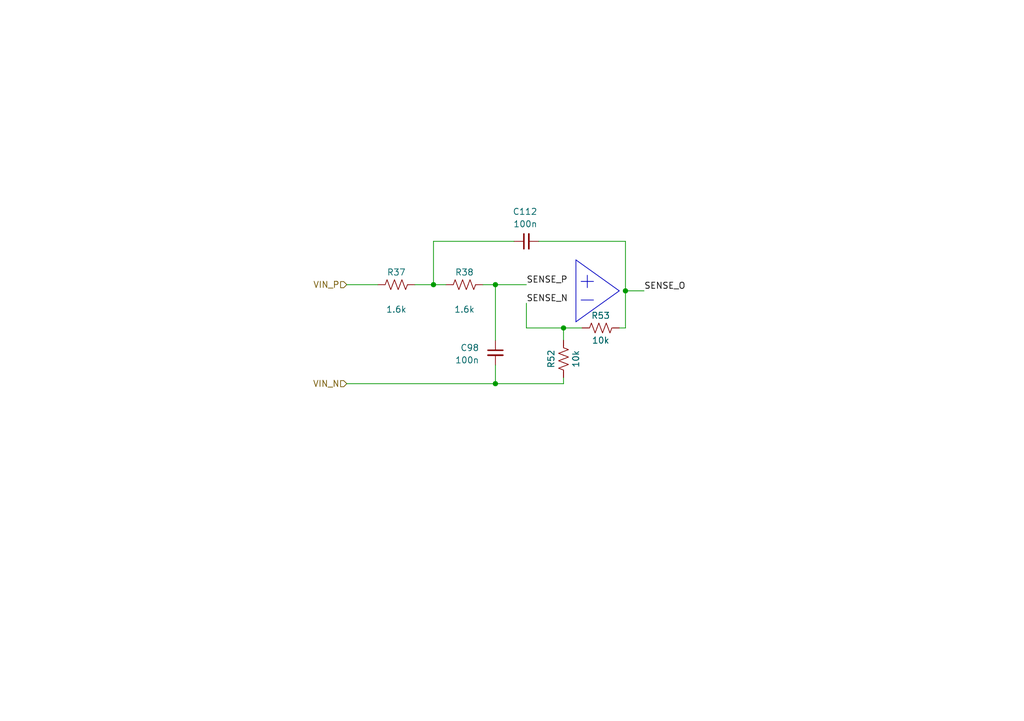
<source format=kicad_sch>
(kicad_sch (version 20231120) (generator "eeschema") (generator_version "8.0")
  (paper "A5")
  (lib_symbols
    (symbol "Device:C_Small" (pin_numbers hide) (pin_names (offset 0.254) hide)
      (property "Reference" "C" (at 0.254 1.778 0))
      (property "Value" "C_Small" (at 0.254 -2.032 0))
      (symbol "C_Small_0_1"
        (polyline (pts (xy -1.524 -0.508) (xy 1.524 -0.508)) (stroke (width 0.3302)))
        (polyline (pts (xy -1.524 0.508) (xy 1.524 0.508)) (stroke (width 0.3048)))
      )
      (symbol "C_Small_1_1"
        (pin passive line (at 0 2.54 270) (length 2.032) (name "~") (number "1"))
        (pin passive line (at 0 -2.54 90) (length 2.032) (name "~") (number "2"))
      )
    )
    (symbol "Device:R_US" (pin_numbers hide) (pin_names (offset 0))
      (property "Reference" "R" (at 2.54 0 90))
      (property "Value" "R_US" (at -2.54 0 90))
      (symbol "R_US_0_1"
        (polyline (pts (xy 0 -2.286) (xy 0 -2.54)))
        (polyline (pts (xy 0 2.286) (xy 0 2.54)))
        (polyline (pts (xy 0 -0.762) (xy 1.016 -1.143) (xy 0 -1.524) (xy -1.016 -1.905) (xy 0 -2.286)))
        (polyline (pts (xy 0 0.762) (xy 1.016 0.381) (xy 0 0) (xy -1.016 -0.381) (xy 0 -0.762)))
        (polyline (pts (xy 0 2.286) (xy 1.016 1.905) (xy 0 1.524) (xy -1.016 1.143) (xy 0 0.762)))
      )
      (symbol "R_US_1_1"
        (pin passive line (at 0 3.81 270) (length 1.27) (name "~") (number "1"))
        (pin passive line (at 0 -3.81 90) (length 1.27) (name "~") (number "2"))
      )
    )
  )
  (junction (at 115.57 67.31))
  (junction (at 128.27 59.69))
  (junction (at 101.6 58.42))
  (junction (at 88.9 58.42))
  (junction (at 101.6 78.74))
  (wire (pts (xy 101.6 58.42) (xy 101.6 69.85)))
  (wire (pts (xy 107.95 62.23) (xy 107.95 67.31)))
  (wire (pts (xy 128.27 59.69) (xy 132.08 59.69)))
  (polyline (pts (xy 120.4456 56.4922) (xy 120.4456 57.7622)))
  (wire (pts (xy 88.9 49.53) (xy 105.41 49.53)))
  (polyline (pts (xy 120.4456 57.7622) (xy 120.4456 59.0322)))
  (wire (pts (xy 71.12 58.42) (xy 77.47 58.42)))
  (polyline (pts (xy 119.1756 61.5722) (xy 121.7156 61.5722)))
  (wire (pts (xy 88.9 49.53) (xy 88.9 58.42)))
  (wire (pts (xy 115.57 78.74) (xy 115.57 77.47)))
  (polyline (pts (xy 118.11 53.34) (xy 118.11 66.04)))
  (polyline (pts (xy 118.11 66.04) (xy 127 59.69)))
  (wire (pts (xy 127 67.31) (xy 128.27 67.31)))
  (wire (pts (xy 88.9 58.42) (xy 91.44 58.42)))
  (wire (pts (xy 107.95 67.31) (xy 115.57 67.31)))
  (wire (pts (xy 101.6 78.74) (xy 115.57 78.74)))
  (wire (pts (xy 101.6 58.42) (xy 107.95 58.42)))
  (wire (pts (xy 128.27 49.53) (xy 128.27 59.69)))
  (polyline (pts (xy 119.1756 57.7622) (xy 121.7156 57.7622)))
  (wire (pts (xy 99.06 58.42) (xy 101.6 58.42)))
  (wire (pts (xy 110.49 49.53) (xy 128.27 49.53)))
  (wire (pts (xy 115.57 67.31) (xy 115.57 69.85)))
  (polyline (pts (xy 118.11 53.34) (xy 127 59.69)))
  (wire (pts (xy 101.6 74.93) (xy 101.6 78.74)))
  (wire (pts (xy 128.27 59.69) (xy 128.27 67.31)))
  (wire (pts (xy 71.12 78.74) (xy 101.6 78.74)))
  (wire (pts (xy 115.57 67.31) (xy 119.38 67.31)))
  (wire (pts (xy 85.09 58.42) (xy 88.9 58.42)))
  (label "SENSE_O" (at 132.08 59.69 0))
  (label "SENSE_N" (at 107.95 62.23 0))
  (label "SENSE_P" (at 107.95 58.42 0))
  (hierarchical_label "VIN_P" (shape input) (at 71.12 58.42 180))
  (hierarchical_label "VIN_N" (shape input) (at 71.12 78.74 180))
  (symbol (lib_id "Device:R_US") (at 95.25 58.42 90) (unit 1)
    (property "Reference" "R38" (at 95.25 55.88 90))
    (property "Value" "1.6k" (at 95.25 63.5 90))
    (property "Footprint" "Resistor_SMD:R_0603_1608Metric" (effects (hide yes)))
    (property "Description" "Resistor, US symbol" (effects (hide yes)))
    (instances (project "motorboard-v1.0" (path "" (reference "R38") (unit 1)) (path "" (reference "R84") (unit 1)) (path "" (reference "R64") (unit 1)) (path "" (reference "R77") (unit 1))))
  )
  (symbol (lib_id "Device:C_Small") (at 107.95 49.53 90) (unit 1)
    (property "Reference" "C112" (at 110.236 43.434 90) (effects (justify left)))
    (property "Value" "100n" (at 110.236 45.974 90) (effects (justify left)))
    (property "Footprint" "Capacitor_SMD:C_1206_3216Metric" (effects (hide yes)))
    (property "Description" "Unpolarized capacitor, small symbol" (effects (hide yes)))
    (instances (project "motorboard-v1.0" (path "" (reference "C112") (unit 1)) (path "" (reference "C118") (unit 1)) (path "" (reference "C114") (unit 1)) (path "" (reference "C116") (unit 1))))
  )
  (symbol (lib_id "Device:C_Small") (at 101.6 72.39 0) (mirror y) (unit 1)
    (property "Reference" "C98" (at 98.298 71.374 0) (effects (justify left)))
    (property "Value" "100n" (at 98.298 73.914 0) (effects (justify left)))
    (property "Footprint" "Capacitor_SMD:C_1206_3216Metric" (effects (hide yes)))
    (property "Description" "Unpolarized capacitor, small symbol" (effects (hide yes)))
    (instances (project "motorboard-v1.0" (path "" (reference "C98") (unit 1)) (path "" (reference "C117") (unit 1)) (path "" (reference "C113") (unit 1)) (path "" (reference "C115") (unit 1))))
  )
  (symbol (lib_id "Device:R_US") (at 81.28 58.42 90) (unit 1)
    (property "Reference" "R37" (at 81.28 55.88 90))
    (property "Value" "1.6k" (at 81.28 63.5 90))
    (property "Footprint" "Resistor_SMD:R_0603_1608Metric" (effects (hide yes)))
    (property "Description" "Resistor, US symbol" (effects (hide yes)))
    (instances (project "motorboard-v1.0" (path "" (reference "R37") (unit 1)) (path "" (reference "R83") (unit 1)) (path "" (reference "R54") (unit 1)) (path "" (reference "R76") (unit 1))))
  )
  (symbol (lib_id "Device:R_US") (at 123.19 67.31 90) (unit 1)
    (property "Reference" "R53" (at 123.19 64.77 90))
    (property "Value" "10k" (at 123.19 69.85 90))
    (property "Footprint" "Resistor_SMD:R_0603_1608Metric" (effects (hide yes)))
    (property "Description" "Resistor, US symbol" (effects (hide yes)))
    (instances (project "motorboard-v1.0" (path "" (reference "R53") (unit 1)) (path "" (reference "R86") (unit 1)) (path "" (reference "R66") (unit 1)) (path "" (reference "R82") (unit 1))))
  )
  (symbol (lib_id "Device:R_US") (at 115.57 73.66 180) (unit 1)
    (property "Reference" "R52" (at 113.03 73.66 90))
    (property "Value" "10k" (at 118.11 73.66 90))
    (property "Footprint" "Resistor_SMD:R_0603_1608Metric" (effects (hide yes)))
    (property "Description" "Resistor, US symbol" (effects (hide yes)))
    (instances (project "motorboard-v1.0" (path "" (reference "R52") (unit 1)) (path "" (reference "R85") (unit 1)) (path "" (reference "R65") (unit 1)) (path "" (reference "R78") (unit 1))))
  )
)
</source>
